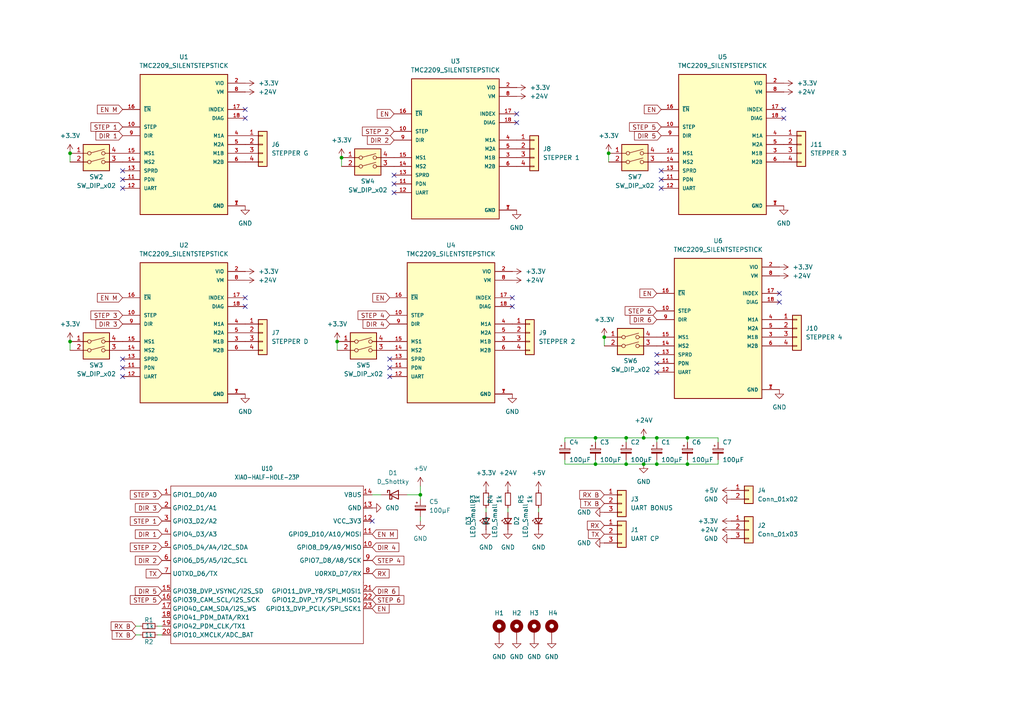
<source format=kicad_sch>
(kicad_sch (version 20250114) (generator "eeschema") (generator_version "9.0")
  (paper "A4")
  (lib_symbols
    (symbol "Connector_Generic:Conn_01x02" (pin_names (offset 1.016) (hide yes))
      (property "Reference" "J" (at 0 2.54 0))
      (property "Value" "Conn_01x02" (at 0 -5.08 0))
      (symbol "Conn_01x02_1_1"
        (rectangle (start -1.27 1.27) (end 1.27 -3.81) (stroke (width 0.254)) (fill (type background)))
        (rectangle (start -1.27 0.127) (end 0 -0.127) (stroke (width 0.1524)))
        (rectangle (start -1.27 -2.413) (end 0 -2.667) (stroke (width 0.1524)))
        (pin passive line (at -5.08 0 0) (length 3.81) (name "Pin_1") (number "1"))
        (pin passive line (at -5.08 -2.54 0) (length 3.81) (name "Pin_2") (number "2"))
      )
    )
    (symbol "Connector_Generic:Conn_01x03" (pin_names (offset 1.016) (hide yes))
      (property "Reference" "J" (at 0 5.08 0))
      (property "Value" "Conn_01x03" (at 0 -5.08 0))
      (symbol "Conn_01x03_1_1"
        (rectangle (start -1.27 3.81) (end 1.27 -3.81) (stroke (width 0.254)) (fill (type background)))
        (rectangle (start -1.27 2.667) (end 0 2.413) (stroke (width 0.1524)))
        (rectangle (start -1.27 0.127) (end 0 -0.127) (stroke (width 0.1524)))
        (rectangle (start -1.27 -2.413) (end 0 -2.667) (stroke (width 0.1524)))
        (pin passive line (at -5.08 2.54 0) (length 3.81) (name "Pin_1") (number "1"))
        (pin passive line (at -5.08 0 0) (length 3.81) (name "Pin_2") (number "2"))
        (pin passive line (at -5.08 -2.54 0) (length 3.81) (name "Pin_3") (number "3"))
      )
    )
    (symbol "Connector_Generic:Conn_01x04" (pin_names (offset 1.016) (hide yes))
      (property "Reference" "J" (at 0 5.08 0))
      (property "Value" "Conn_01x04" (at 0 -7.62 0))
      (symbol "Conn_01x04_1_1"
        (rectangle (start -1.27 3.81) (end 1.27 -6.35) (stroke (width 0.254)) (fill (type background)))
        (rectangle (start -1.27 2.667) (end 0 2.413) (stroke (width 0.1524)))
        (rectangle (start -1.27 0.127) (end 0 -0.127) (stroke (width 0.1524)))
        (rectangle (start -1.27 -2.413) (end 0 -2.667) (stroke (width 0.1524)))
        (rectangle (start -1.27 -4.953) (end 0 -5.207) (stroke (width 0.1524)))
        (pin passive line (at -5.08 2.54 0) (length 3.81) (name "Pin_1") (number "1"))
        (pin passive line (at -5.08 0 0) (length 3.81) (name "Pin_2") (number "2"))
        (pin passive line (at -5.08 -2.54 0) (length 3.81) (name "Pin_3") (number "3"))
        (pin passive line (at -5.08 -5.08 0) (length 3.81) (name "Pin_4") (number "4"))
      )
    )
    (symbol "Device:C_Polarized_Small" (pin_numbers (hide yes)) (pin_names (offset 0.254) (hide yes))
      (property "Reference" "C" (at 0.254 1.778 0))
      (property "Value" "C_Polarized_Small" (at 0.254 -2.032 0))
      (symbol "C_Polarized_Small_0_1"
        (rectangle (start -1.524 0.6858) (end 1.524 0.3048))
        (rectangle (start -1.524 -0.3048) (end 1.524 -0.6858) (fill (type outline)))
        (polyline (pts (xy -1.27 1.524) (xy -0.762 1.524)))
        (polyline (pts (xy -1.016 1.27) (xy -1.016 1.778)))
      )
      (symbol "C_Polarized_Small_1_1"
        (pin passive line (at 0 2.54 270) (length 1.8542) (name "~") (number "1"))
        (pin passive line (at 0 -2.54 90) (length 1.8542) (name "~") (number "2"))
      )
    )
    (symbol "Device:LED_Small" (pin_numbers (hide yes)) (pin_names (offset 0.254) (hide yes))
      (property "Reference" "D" (at -1.27 3.175 0))
      (property "Value" "LED_Small" (at -4.445 -2.54 0))
      (symbol "LED_Small_0_1"
        (polyline (pts (xy -0.762 -1.016) (xy -0.762 1.016)) (stroke (width 0.254)))
        (polyline (pts (xy 0 0.762) (xy -0.508 1.27) (xy -0.254 1.27) (xy -0.508 1.27) (xy -0.508 1.016)))
        (polyline (pts (xy 0.508 1.27) (xy 0 1.778) (xy 0.254 1.778) (xy 0 1.778) (xy 0 1.524)))
        (polyline (pts (xy 0.762 -1.016) (xy -0.762 0) (xy 0.762 1.016) (xy 0.762 -1.016)) (stroke (width 0.254)))
        (polyline (pts (xy 1.016 0) (xy -0.762 0)))
      )
      (symbol "LED_Small_1_1"
        (pin passive line (at -2.54 0 0) (length 1.778) (name "K") (number "1"))
        (pin passive line (at 2.54 0 180) (length 1.778) (name "A") (number "2"))
      )
    )
    (symbol "Device:R_Small" (pin_numbers (hide yes)) (pin_names (offset 0.254) (hide yes))
      (property "Reference" "R" (at 0.762 0.508 0))
      (property "Value" "R_Small" (at 0.762 -1.016 0))
      (symbol "R_Small_0_1"
        (rectangle (start -0.762 1.778) (end 0.762 -1.778) (stroke (width 0.2032)))
      )
      (symbol "R_Small_1_1"
        (pin passive line (at 0 2.54 270) (length 0.762) (name "~") (number "1"))
        (pin passive line (at 0 -2.54 90) (length 0.762) (name "~") (number "2"))
      )
    )
    (symbol "Diode:SB120" (pin_numbers (hide yes)) (pin_names (offset 1.016) (hide yes))
      (property "Reference" "D" (at 0 2.54 0))
      (property "Value" "SB120" (at 0 -2.54 0))
      (symbol "SB120_0_1"
        (polyline (pts (xy -1.905 0.635) (xy -1.905 1.27) (xy -1.27 1.27) (xy -1.27 -1.27) (xy -0.635 -1.27) (xy -0.635 -0.635)) (stroke (width 0.254)))
        (polyline (pts (xy 1.27 1.27) (xy 1.27 -1.27) (xy -1.27 0) (xy 1.27 1.27)) (stroke (width 0.254)))
        (polyline (pts (xy 1.27 0) (xy -1.27 0)))
      )
      (symbol "SB120_1_1"
        (pin passive line (at -3.81 0 0) (length 2.54) (name "K") (number "1"))
        (pin passive line (at 3.81 0 180) (length 2.54) (name "A") (number "2"))
      )
    )
    (symbol "MOUDLE-SEEEDUINO-XIAO-ESP32S3-Plus:Module/XIAO-HALF-HOLE-23P"
      (property "Reference" "U2" (at -20.828 17.018 0))
      (property "Value" "XIAO-HALF-HOLE-23P" (at -12.446 14.986 0))
      (symbol "Module/XIAO-HALF-HOLE-23P_0_1"
        (polyline (pts (xy -21.59 -13.97) (xy -21.59 -31.75) (xy 34.29 -31.75) (xy 34.29 -13.97)))
      )
      (symbol "Module/XIAO-HALF-HOLE-23P_1_0"
        (polyline (pts (xy -21.59 13.97) (xy 34.29 13.97)) (stroke (width 0.1524)))
        (polyline (pts (xy -21.59 11.43) (xy -22.86 11.43)) (stroke (width 0.1524)))
        (polyline (pts (xy -21.59 11.43) (xy -21.59 13.97)) (stroke (width 0.1524)))
        (polyline (pts (xy -21.59 7.62) (xy -22.86 7.62)) (stroke (width 0.1524)))
        (polyline (pts (xy -21.59 7.62) (xy -21.59 11.43)) (stroke (width 0.1524)))
        (polyline (pts (xy -21.59 3.81) (xy -22.86 3.81)) (stroke (width 0.1524)))
        (polyline (pts (xy -21.59 3.81) (xy -21.59 7.62)) (stroke (width 0.1524)))
        (polyline (pts (xy -21.59 0) (xy -22.86 0)) (stroke (width 0.1524)))
        (polyline (pts (xy -21.59 0) (xy -21.59 3.81)) (stroke (width 0.1524)))
        (polyline (pts (xy -21.59 -3.81) (xy -22.86 -3.81)) (stroke (width 0.1524)))
        (polyline (pts (xy -21.59 -7.62) (xy -22.86 -7.62)) (stroke (width 0.1524)))
        (polyline (pts (xy -21.59 -11.43) (xy -22.86 -11.43)) (stroke (width 0.1524)))
        (polyline (pts (xy -21.59 -13.97) (xy -21.59 0)) (stroke (width 0.1524)))
        (polyline (pts (xy 34.29 13.97) (xy 34.29 11.43)) (stroke (width 0.1524)))
        (polyline (pts (xy 34.29 11.43) (xy 34.29 7.62)) (stroke (width 0.1524)))
        (polyline (pts (xy 34.29 7.62) (xy 34.29 3.81)) (stroke (width 0.1524)))
        (polyline (pts (xy 34.29 3.81) (xy 34.29 -13.97)) (stroke (width 0.1524)))
        (polyline (pts (xy 35.56 11.43) (xy 34.29 11.43)) (stroke (width 0.1524)))
        (polyline (pts (xy 35.56 7.62) (xy 34.29 7.62)) (stroke (width 0.1524)))
        (polyline (pts (xy 35.56 3.81) (xy 34.29 3.81)) (stroke (width 0.1524)))
        (polyline (pts (xy 35.56 0) (xy 34.29 0)) (stroke (width 0.1524)))
        (polyline (pts (xy 35.56 -3.81) (xy 34.29 -3.81)) (stroke (width 0.1524)))
        (polyline (pts (xy 35.56 -7.62) (xy 34.29 -7.62)) (stroke (width 0.1524)))
        (polyline (pts (xy 35.56 -11.43) (xy 34.29 -11.43)) (stroke (width 0.1524)))
        (pin passive line (at -24.13 11.43 0) (length 2.54) (name "GPIO1_D0/A0") (number "1"))
        (pin passive line (at -24.13 7.62 0) (length 2.54) (name "GPIO2_D1/A1") (number "2"))
        (pin passive line (at -24.13 3.81 0) (length 2.54) (name "GPIO3_D2/A2") (number "3"))
        (pin passive line (at -24.13 0 0) (length 2.54) (name "GPIO4_D3/A3") (number "4"))
        (pin passive line (at -24.13 -3.81 0) (length 2.54) (name "GPIO5_D4/A4/I2C_SDA") (number "5"))
        (pin passive line (at -24.13 -7.62 0) (length 2.54) (name "GPIO6_D5/A5/I2C_SCL") (number "6"))
        (pin passive line (at -24.13 -11.43 0) (length 2.54) (name "U0TXD_D6/TX") (number "7"))
        (pin passive line (at 36.83 11.43 180) (length 2.54) (name "VBUS") (number "14"))
        (pin passive line (at 36.83 7.62 180) (length 2.54) (name "GND") (number "13"))
        (pin passive line (at 36.83 3.81 180) (length 2.54) (name "VCC_3V3") (number "12"))
        (pin passive line (at 36.83 0 180) (length 2.54) (name "GPIO9_D10/A10/MOSI") (number "11"))
        (pin passive line (at 36.83 -3.81 180) (length 2.54) (name "GPIO8_D9/A9/MISO") (number "10"))
        (pin passive line (at 36.83 -7.62 180) (length 2.54) (name "GPIO7_D8/A8/SCK") (number "9"))
        (pin passive line (at 36.83 -11.43 180) (length 2.54) (name "U0RXD_D7/RX") (number "8"))
      )
      (symbol "Module/XIAO-HALF-HOLE-23P_1_1"
        (pin passive line (at -24.13 -16.51 0) (length 2.54) (name "GPIO38_DVP_VSYNC/I2S_SD") (number "15"))
        (pin passive line (at -24.13 -19.05 0) (length 2.54) (name "GPIO39_CAM_SCL/I2S_SCK") (number "16"))
        (pin passive line (at -24.13 -21.59 0) (length 2.54) (name "GPIO40_CAM_SDA/I2S_WS") (number "17"))
        (pin passive line (at -24.13 -24.13 0) (length 2.54) (name "GPIO41_PDM_DATA/RX1") (number "18"))
        (pin passive line (at -24.13 -26.67 0) (length 2.54) (name "GPIO42_PDM_CLK/TX1") (number "19"))
        (pin passive line (at -24.13 -29.21 0) (length 2.54) (name "GPIO10_XMCLK/ADC_BAT") (number "20"))
        (pin passive line (at 36.83 -16.51 180) (length 2.54) (name "GPIO11_DVP_Y8/SPI_MOSI1") (number "21"))
        (pin passive line (at 36.83 -19.05 180) (length 2.54) (name "GPIO12_DVP_Y7/SPI_MISO1") (number "22"))
        (pin passive line (at 36.83 -21.59 180) (length 2.54) (name "GPIO13_DVP_PCLK/SPI_SCK1") (number "23"))
      )
    )
    (symbol "Mechanical:MountingHole_Pad" (pin_numbers (hide yes)) (pin_names (offset 1.016) (hide yes)) (exclude_from_sim yes) (in_bom no)
      (property "Reference" "H" (at 0 6.35 0))
      (property "Value" "MountingHole_Pad" (at 0 4.445 0))
      (symbol "MountingHole_Pad_0_1"
        (circle (center 0 1.27) (radius 1.27) (stroke (width 1.27)))
      )
      (symbol "MountingHole_Pad_1_1"
        (pin input line (at 0 -2.54 90) (length 2.54) (name "1") (number "1"))
      )
    )
    (symbol "Switch:SW_DIP_x02" (pin_names (offset 0) (hide yes))
      (property "Reference" "SW" (at 0 6.35 0))
      (property "Value" "SW_DIP_x02" (at 0 -3.81 0))
      (symbol "SW_DIP_x02_0_0"
        (circle (center -2.032 2.54) (radius 0.508))
        (circle (center -2.032 0) (radius 0.508))
        (polyline (pts (xy -1.524 2.667) (xy 2.3622 3.7084)))
        (polyline (pts (xy -1.524 0.127) (xy 2.3622 1.1684)))
        (circle (center 2.032 2.54) (radius 0.508))
        (circle (center 2.032 0) (radius 0.508))
      )
      (symbol "SW_DIP_x02_0_1"
        (rectangle (start -3.81 5.08) (end 3.81 -2.54) (stroke (width 0.254)) (fill (type background)))
      )
      (symbol "SW_DIP_x02_1_1"
        (pin passive line (at -7.62 2.54 0) (length 5.08) (name "~") (number "1"))
        (pin passive line (at -7.62 0 0) (length 5.08) (name "~") (number "2"))
        (pin passive line (at 7.62 2.54 180) (length 5.08) (name "~") (number "4"))
        (pin passive line (at 7.62 0 180) (length 5.08) (name "~") (number "3"))
      )
    )
    (symbol "TMC2209_SILENTSTEPSTICK:TMC2209_SILENTSTEPSTICK" (pin_names (offset 1.016))
      (property "Reference" "U" (at -12.7 22.86 0))
      (property "Value" "TMC2209_SILENTSTEPSTICK" (at -12.7 -22.86 0))
      (symbol "TMC2209_SILENTSTEPSTICK_0_0"
        (rectangle (start -12.7 -20.32) (end 12.7 20.32) (stroke (width 0.254)) (fill (type background)))
        (pin input line (at -17.78 10.16 0) (length 5.08) (name "~{EN}") (number "16"))
        (pin input line (at -17.78 5.08 0) (length 5.08) (name "STEP") (number "10"))
        (pin input line (at -17.78 2.54 0) (length 5.08) (name "DIR") (number "9"))
        (pin input line (at -17.78 -2.54 0) (length 5.08) (name "MS1") (number "15"))
        (pin input line (at -17.78 -5.08 0) (length 5.08) (name "MS2") (number "14"))
        (pin input line (at -17.78 -7.62 0) (length 5.08) (name "SPRD") (number "13"))
        (pin bidirectional line (at -17.78 -10.16 0) (length 5.08) (name "PDN") (number "11"))
        (pin bidirectional line (at -17.78 -12.7 0) (length 5.08) (name "UART") (number "12"))
        (pin power_in line (at 17.78 17.78 180) (length 5.08) (name "VIO") (number "2"))
        (pin power_in line (at 17.78 15.24 180) (length 5.08) (name "VM") (number "8"))
        (pin output line (at 17.78 10.16 180) (length 5.08) (name "INDEX") (number "17"))
        (pin output line (at 17.78 7.62 180) (length 5.08) (name "DIAG") (number "18"))
        (pin output line (at 17.78 2.54 180) (length 5.08) (name "M1A") (number "4"))
        (pin output line (at 17.78 0 180) (length 5.08) (name "M2A") (number "5"))
        (pin output line (at 17.78 -2.54 180) (length 5.08) (name "M1B") (number "3"))
        (pin output line (at 17.78 -5.08 180) (length 5.08) (name "M2B") (number "6"))
        (pin power_in line (at 17.78 -17.78 180) (length 5.08) (name "GND") (number "1"))
        (pin power_in line (at 17.78 -17.78 180) (length 5.08) (name "GND") (number "7"))
      )
    )
    (symbol "power:+24V" (power) (pin_numbers (hide yes)) (pin_names (offset 0) (hide yes))
      (property "Value" "+24V" (at 0 3.556 0))
      (symbol "+24V_0_1"
        (polyline (pts (xy -0.762 1.27) (xy 0 2.54)))
        (polyline (pts (xy 0 2.54) (xy 0.762 1.27)))
        (polyline (pts (xy 0 0) (xy 0 2.54)))
      )
      (symbol "+24V_1_1"
        (pin power_in line (at 0 0 90) (length 0) (name "~") (number "1"))
      )
    )
    (symbol "power:+3.3V" (power) (pin_numbers (hide yes)) (pin_names (offset 0) (hide yes))
      (property "Value" "+3.3V" (at 0 3.556 0))
      (symbol "+3.3V_0_1"
        (polyline (pts (xy -0.762 1.27) (xy 0 2.54)))
        (polyline (pts (xy 0 2.54) (xy 0.762 1.27)))
        (polyline (pts (xy 0 0) (xy 0 2.54)))
      )
      (symbol "+3.3V_1_1"
        (pin power_in line (at 0 0 90) (length 0) (name "~") (number "1"))
      )
    )
    (symbol "power:+5V" (power) (pin_numbers (hide yes)) (pin_names (offset 0) (hide yes))
      (property "Value" "+5V" (at 0 3.556 0))
      (symbol "+5V_0_1"
        (polyline (pts (xy -0.762 1.27) (xy 0 2.54)))
        (polyline (pts (xy 0 2.54) (xy 0.762 1.27)))
        (polyline (pts (xy 0 0) (xy 0 2.54)))
      )
      (symbol "+5V_1_1"
        (pin power_in line (at 0 0 90) (length 0) (name "~") (number "1"))
      )
    )
    (symbol "power:GND" (power) (pin_numbers (hide yes)) (pin_names (offset 0) (hide yes))
      (property "Value" "GND" (at 0 -3.81 0))
      (symbol "GND_0_1"
        (polyline (pts (xy 0 0) (xy 0 -1.27) (xy 1.27 -1.27) (xy 0 -2.54) (xy -1.27 -1.27) (xy 0 -1.27)))
      )
      (symbol "GND_1_1"
        (pin power_in line (at 0 0 270) (length 0) (name "~") (number "1"))
      )
    )
  )
  (junction (at 190.5 134.62))
  (junction (at 175.26 97.79))
  (junction (at 199.39 127))
  (junction (at 190.5 127))
  (junction (at 199.39 134.62))
  (junction (at 186.69 127))
  (junction (at 99.06 45.72))
  (junction (at 172.72 127))
  (junction (at 176.53 44.45))
  (junction (at 20.32 44.45))
  (junction (at 181.61 134.62))
  (junction (at 97.79 99.06))
  (junction (at 186.69 134.62))
  (junction (at 121.92 143.51))
  (junction (at 181.61 127))
  (junction (at 20.32 99.06))
  (junction (at 172.72 134.62))
  (no_connect (at 226.06 85.09))
  (no_connect (at 35.56 49.53))
  (no_connect (at 113.03 106.68))
  (no_connect (at 190.5 107.95))
  (no_connect (at 227.33 31.75))
  (no_connect (at 35.56 104.14))
  (no_connect (at 226.06 87.63))
  (no_connect (at 149.86 35.56))
  (no_connect (at 107.95 151.13))
  (no_connect (at 190.5 102.87))
  (no_connect (at 35.56 109.22))
  (no_connect (at 148.59 88.9))
  (no_connect (at 191.77 49.53))
  (no_connect (at 71.12 88.9))
  (no_connect (at 71.12 34.29))
  (no_connect (at 113.03 104.14))
  (no_connect (at 113.03 109.22))
  (no_connect (at 191.77 54.61))
  (no_connect (at 114.3 53.34))
  (no_connect (at 35.56 54.61))
  (no_connect (at 114.3 55.88))
  (no_connect (at 190.5 105.41))
  (no_connect (at 71.12 86.36))
  (no_connect (at 149.86 33.02))
  (no_connect (at 148.59 86.36))
  (no_connect (at 35.56 52.07))
  (no_connect (at 227.33 34.29))
  (no_connect (at 114.3 50.8))
  (no_connect (at 191.77 52.07))
  (no_connect (at 35.56 106.68))
  (no_connect (at 71.12 31.75))
  (wire (pts (xy 163.83 127) (xy 163.83 128.27)))
  (wire (pts (xy 199.39 133.35) (xy 199.39 134.62)))
  (wire (pts (xy 190.5 133.35) (xy 190.5 134.62)))
  (wire (pts (xy 45.72 184.15) (xy 46.99 184.15)))
  (wire (pts (xy 190.5 127) (xy 190.5 128.27)))
  (wire (pts (xy 121.92 151.13) (xy 121.92 149.86)))
  (wire (pts (xy 45.72 181.61) (xy 46.99 181.61)))
  (wire (pts (xy 147.32 148.59) (xy 147.32 147.32)))
  (wire (pts (xy 199.39 134.62) (xy 208.28 134.62)))
  (wire (pts (xy 208.28 133.35) (xy 208.28 134.62)))
  (wire (pts (xy 190.5 127) (xy 199.39 127)))
  (wire (pts (xy 190.5 134.62) (xy 199.39 134.62)))
  (wire (pts (xy 175.26 97.79) (xy 175.26 100.33)))
  (wire (pts (xy 208.28 127) (xy 199.39 127)))
  (wire (pts (xy 181.61 133.35) (xy 181.61 134.62)))
  (wire (pts (xy 186.69 134.62) (xy 190.5 134.62)))
  (wire (pts (xy 181.61 127) (xy 186.69 127)))
  (wire (pts (xy 99.06 45.72) (xy 99.06 48.26)))
  (wire (pts (xy 172.72 134.62) (xy 181.61 134.62)))
  (wire (pts (xy 121.92 143.51) (xy 121.92 144.78)))
  (wire (pts (xy 176.53 44.45) (xy 176.53 46.99)))
  (wire (pts (xy 172.72 127) (xy 163.83 127)))
  (wire (pts (xy 163.83 133.35) (xy 163.83 134.62)))
  (wire (pts (xy 208.28 127) (xy 208.28 128.27)))
  (wire (pts (xy 140.97 148.59) (xy 140.97 147.32)))
  (wire (pts (xy 97.79 99.06) (xy 97.79 101.6)))
  (wire (pts (xy 20.32 99.06) (xy 20.32 101.6)))
  (wire (pts (xy 172.72 133.35) (xy 172.72 134.62)))
  (wire (pts (xy 110.49 143.51) (xy 107.95 143.51)))
  (wire (pts (xy 20.32 44.45) (xy 20.32 46.99)))
  (wire (pts (xy 181.61 127) (xy 181.61 128.27)))
  (wire (pts (xy 118.11 143.51) (xy 121.92 143.51)))
  (wire (pts (xy 186.69 127) (xy 190.5 127)))
  (wire (pts (xy 181.61 134.62) (xy 186.69 134.62)))
  (wire (pts (xy 39.37 184.15) (xy 40.64 184.15)))
  (wire (pts (xy 156.21 148.59) (xy 156.21 147.32)))
  (wire (pts (xy 172.72 127) (xy 181.61 127)))
  (wire (pts (xy 172.72 127) (xy 172.72 128.27)))
  (wire (pts (xy 199.39 127) (xy 199.39 128.27)))
  (wire (pts (xy 163.83 134.62) (xy 172.72 134.62)))
  (wire (pts (xy 39.37 181.61) (xy 40.64 181.61)))
  (wire (pts (xy 121.92 143.51) (xy 121.92 140.97)))
  (global_label "DIR 1" (shape input) (at 35.56 39.37 180) (property "Intersheetrefs" "${INTERSHEET_REFS}" (effects (hide yes))))
  (global_label "STEP 6" (shape input) (at 190.5 90.17 180) (property "Intersheetrefs" "${INTERSHEET_REFS}" (effects (hide yes))))
  (global_label "DIR 3" (shape input) (at 46.99 147.32 180) (property "Intersheetrefs" "${INTERSHEET_REFS}" (effects (hide yes))))
  (global_label "DIR 5" (shape input) (at 46.99 171.45 180) (property "Intersheetrefs" "${INTERSHEET_REFS}" (effects (hide yes))))
  (global_label "STEP 5" (shape input) (at 46.99 173.99 180) (property "Intersheetrefs" "${INTERSHEET_REFS}" (effects (hide yes))))
  (global_label "TX" (shape input) (at 46.99 166.37 180) (property "Intersheetrefs" "${INTERSHEET_REFS}" (effects (hide yes))))
  (global_label "RX" (shape input) (at 107.95 166.37 0) (property "Intersheetrefs" "${INTERSHEET_REFS}" (effects (hide yes))))
  (global_label "STEP 4" (shape input) (at 107.95 162.56 0) (property "Intersheetrefs" "${INTERSHEET_REFS}" (effects (hide yes))))
  (global_label "EN M" (shape input) (at 35.56 86.36 180) (property "Intersheetrefs" "${INTERSHEET_REFS}" (effects (hide yes))))
  (global_label "STEP 1" (shape input) (at 35.56 36.83 180) (property "Intersheetrefs" "${INTERSHEET_REFS}" (effects (hide yes))))
  (global_label "TX B" (shape input) (at 39.37 184.15 180) (property "Intersheetrefs" "${INTERSHEET_REFS}" (effects (hide yes))))
  (global_label "DIR 6" (shape input) (at 107.95 171.45 0) (property "Intersheetrefs" "${INTERSHEET_REFS}" (effects (hide yes))))
  (global_label "RX" (shape input) (at 175.26 152.4 180) (property "Intersheetrefs" "${INTERSHEET_REFS}" (effects (hide yes))))
  (global_label "STEP 2" (shape input) (at 46.99 158.75 180) (property "Intersheetrefs" "${INTERSHEET_REFS}" (effects (hide yes))))
  (global_label "RX B" (shape input) (at 175.26 143.51 180) (property "Intersheetrefs" "${INTERSHEET_REFS}" (effects (hide yes))))
  (global_label "EN" (shape input) (at 114.3 33.02 180) (property "Intersheetrefs" "${INTERSHEET_REFS}" (effects (hide yes))))
  (global_label "RX B" (shape input) (at 39.37 181.61 180) (property "Intersheetrefs" "${INTERSHEET_REFS}" (effects (hide yes))))
  (global_label "EN" (shape input) (at 190.5 85.09 180) (property "Intersheetrefs" "${INTERSHEET_REFS}" (effects (hide yes))))
  (global_label "STEP 2" (shape input) (at 114.3 38.1 180) (property "Intersheetrefs" "${INTERSHEET_REFS}" (effects (hide yes))))
  (global_label "DIR 4" (shape input) (at 107.95 158.75 0) (property "Intersheetrefs" "${INTERSHEET_REFS}" (effects (hide yes))))
  (global_label "EN M" (shape input) (at 35.56 31.75 180) (property "Intersheetrefs" "${INTERSHEET_REFS}" (effects (hide yes))))
  (global_label "DIR 2" (shape input) (at 46.99 162.56 180) (property "Intersheetrefs" "${INTERSHEET_REFS}" (effects (hide yes))))
  (global_label "STEP 5" (shape input) (at 191.77 36.83 180) (property "Intersheetrefs" "${INTERSHEET_REFS}" (effects (hide yes))))
  (global_label "DIR 4" (shape input) (at 113.03 93.98 180) (property "Intersheetrefs" "${INTERSHEET_REFS}" (effects (hide yes))))
  (global_label "EN" (shape input) (at 107.95 176.53 0) (property "Intersheetrefs" "${INTERSHEET_REFS}" (effects (hide yes))))
  (global_label "STEP 4" (shape input) (at 113.03 91.44 180) (property "Intersheetrefs" "${INTERSHEET_REFS}" (effects (hide yes))))
  (global_label "DIR 6" (shape input) (at 190.5 92.71 180) (property "Intersheetrefs" "${INTERSHEET_REFS}" (effects (hide yes))))
  (global_label "STEP 6" (shape input) (at 107.95 173.99 0) (property "Intersheetrefs" "${INTERSHEET_REFS}" (effects (hide yes))))
  (global_label "EN" (shape input) (at 191.77 31.75 180) (property "Intersheetrefs" "${INTERSHEET_REFS}" (effects (hide yes))))
  (global_label "STEP 3" (shape input) (at 35.56 91.44 180) (property "Intersheetrefs" "${INTERSHEET_REFS}" (effects (hide yes))))
  (global_label "DIR 2" (shape input) (at 114.3 40.64 180) (property "Intersheetrefs" "${INTERSHEET_REFS}" (effects (hide yes))))
  (global_label "STEP 1" (shape input) (at 46.99 151.13 180) (property "Intersheetrefs" "${INTERSHEET_REFS}" (effects (hide yes))))
  (global_label "DIR 3" (shape input) (at 35.56 93.98 180) (property "Intersheetrefs" "${INTERSHEET_REFS}" (effects (hide yes))))
  (global_label "STEP 3" (shape input) (at 46.99 143.51 180) (property "Intersheetrefs" "${INTERSHEET_REFS}" (effects (hide yes))))
  (global_label "TX B" (shape input) (at 175.26 146.05 180) (property "Intersheetrefs" "${INTERSHEET_REFS}" (effects (hide yes))))
  (global_label "DIR 5" (shape input) (at 191.77 39.37 180) (property "Intersheetrefs" "${INTERSHEET_REFS}" (effects (hide yes))))
  (global_label "TX" (shape input) (at 175.26 154.94 180) (property "Intersheetrefs" "${INTERSHEET_REFS}" (effects (hide yes))))
  (global_label "EN" (shape input) (at 113.03 86.36 180) (property "Intersheetrefs" "${INTERSHEET_REFS}" (effects (hide yes))))
  (global_label "DIR 1" (shape input) (at 46.99 154.94 180) (property "Intersheetrefs" "${INTERSHEET_REFS}" (effects (hide yes))))
  (global_label "EN M" (shape input) (at 107.95 154.94 0) (property "Intersheetrefs" "${INTERSHEET_REFS}" (effects (hide yes))))
  (symbol (lib_id "Switch:SW_DIP_x02") (at 27.94 101.6 0) (unit 1)
    (property "Reference" "SW3" (at 27.94 105.918 0))
    (property "Value" "SW_DIP_x02" (at 27.94 108.458 0))
    (property "Footprint" "Button_Switch_THT:SW_DIP_SPSTx02_Slide_9.78x7.26mm_W7.62mm_P2.54mm" (effects (hide yes)))
    (property "Description" "2x DIP Switch, Single Pole Single Throw (SPST) switch, small symbol" (effects (hide yes)))
  )
  (symbol (lib_id "power:+3.3V") (at 149.86 25.4 270) (unit 1)
    (property "Reference" "#PWR010" (effects (hide yes)))
    (property "Value" "+3.3V" (at 153.67 25.3999 90) (effects (justify left)))
    (property "Description" "Power symbol creates a global label with name \"+3.3V\"" (effects (hide yes)))
  )
  (symbol (lib_id "Device:C_Polarized_Small") (at 172.72 130.81 0) (unit 1)
    (property "Reference" "C3" (at 173.99 128.27 0) (effects (justify left)))
    (property "Value" "100µF" (at 173.99 133.35 0) (effects (justify left)))
    (property "Footprint" "Capacitor_THT:CP_Radial_D10.0mm_P5.00mm" (effects (hide yes)))
    (property "Description" "Polarized capacitor, small symbol" (effects (hide yes)))
  )
  (symbol (lib_id "Device:R_Small") (at 156.21 144.78 0) (unit 1)
    (property "Reference" "R5" (at 151.13 144.78 90))
    (property "Value" "1k" (at 153.67 144.78 90))
    (property "Footprint" "Resistor_SMD:R_1206_3216Metric_Pad1.30x1.75mm_HandSolder" (effects (hide yes)))
    (property "Description" "Resistor, small symbol" (effects (hide yes)))
  )
  (symbol (lib_id "power:+3.3V") (at 71.12 78.74 270) (unit 1)
    (property "Reference" "#PWR09" (effects (hide yes)))
    (property "Value" "+3.3V" (at 74.93 78.7399 90) (effects (justify left)))
    (property "Description" "Power symbol creates a global label with name \"+3.3V\"" (effects (hide yes)))
  )
  (symbol (lib_id "Device:R_Small") (at 43.18 181.61 270) (unit 1)
    (property "Reference" "R1" (at 43.18 179.832 90))
    (property "Value" "1k" (at 43.434 181.61 90))
    (property "Footprint" "Resistor_SMD:R_1206_3216Metric_Pad1.30x1.75mm_HandSolder" (effects (hide yes)))
    (property "Description" "Resistor, small symbol" (effects (hide yes)))
  )
  (symbol (lib_id "Mechanical:MountingHole_Pad") (at 149.86 182.88 0) (unit 1)
    (property "Reference" "H2" (at 149.86 177.8 0))
    (property "Value" "MountingHole_Pad" (effects (hide yes)))
    (property "Footprint" "MountingHole:MountingHole_3.2mm_M3_Pad_Via" (effects (hide yes)))
    (property "Description" "Mounting Hole with connection" (effects (hide yes)))
  )
  (symbol (lib_id "power:+3.3V") (at 212.09 151.13 90) (unit 1)
    (property "Reference" "#PWR015" (effects (hide yes)))
    (property "Value" "+3.3V" (at 208.28 151.1299 90) (effects (justify left)))
    (property "Description" "Power symbol creates a global label with name \"+3.3V\"" (effects (hide yes)))
  )
  (symbol (lib_id "power:GND") (at 154.94 185.42 0) (unit 1)
    (property "Reference" "#PWR033" (effects (hide yes)))
    (property "Value" "GND" (at 154.94 190.5 0))
    (property "Description" "Power symbol creates a global label with name \"GND\" , ground" (effects (hide yes)))
  )
  (symbol (lib_id "Mechanical:MountingHole_Pad") (at 154.94 182.88 0) (unit 1)
    (property "Reference" "H3" (at 154.94 177.8 0))
    (property "Value" "MountingHole_Pad" (effects (hide yes)))
    (property "Footprint" "MountingHole:MountingHole_3.2mm_M3_Pad_Via" (effects (hide yes)))
    (property "Description" "Mounting Hole with connection" (effects (hide yes)))
  )
  (symbol (lib_id "power:GND") (at 107.95 147.32 90) (unit 1)
    (property "Reference" "#PWR012" (effects (hide yes)))
    (property "Value" "GND" (at 111.76 147.3199 90) (effects (justify right)))
    (property "Description" "Power symbol creates a global label with name \"GND\" , ground" (effects (hide yes)))
  )
  (symbol (lib_id "power:+24V") (at 149.86 27.94 270) (unit 1)
    (property "Reference" "#PWR040" (effects (hide yes)))
    (property "Value" "+24V" (at 153.67 27.9399 90) (effects (justify left)))
    (property "Description" "Power symbol creates a global label with name \"+24V\"" (effects (hide yes)))
  )
  (symbol (lib_id "Device:LED_Small") (at 147.32 151.13 90) (unit 1)
    (property "Reference" "D4" (at 140.97 151.0665 0))
    (property "Value" "LED_Small" (at 143.51 151.0665 0))
    (property "Footprint" "LED_SMD:LED_1206_3216Metric" (effects (hide yes)))
    (property "Description" "Light emitting diode, small symbol" (effects (hide yes)))
    (property "Sim.Pin" "1=K 2=A" (effects (hide yes)))
  )
  (symbol (lib_id "power:GND") (at 156.21 153.67 0) (unit 1)
    (property "Reference" "#PWR018" (effects (hide yes)))
    (property "Value" "GND" (at 156.21 158.75 0))
    (property "Description" "Power symbol creates a global label with name \"GND\" , ground" (effects (hide yes)))
  )
  (symbol (lib_id "power:GND") (at 212.09 156.21 270) (unit 1)
    (property "Reference" "#PWR04" (effects (hide yes)))
    (property "Value" "GND" (at 208.28 156.2099 90) (effects (justify right)))
    (property "Description" "Power symbol creates a global label with name \"GND\" , ground" (effects (hide yes)))
  )
  (symbol (lib_id "TMC2209_SILENTSTEPSTICK:TMC2209_SILENTSTEPSTICK") (at 132.08 43.18 0) (unit 1)
    (property "Reference" "U3" (at 132.08 17.78 0))
    (property "Value" "TMC2209_SILENTSTEPSTICK" (at 132.08 20.32 0))
    (property "Footprint" "TMC2209_SILENTSTEPSTICK:MODULE_TMC2209_SILENTSTEPSTICK" (effects (hide yes)))
    (property "MF" "Trinamic Motion Control GmbH" (effects (hide yes)))
    (property "Description_1" "TMC2209 Motor Controller/Driver Power Management Evaluation Board" (effects (hide yes)))
    (property "Package" "None" (effects (hide yes)))
    (property "Price" "None" (effects (hide yes)))
    (property "Check_prices" "https://www.snapeda.com/parts/TMC2209%20SILENTSTEPSTICK/Trinamic/view-part/?ref=eda" (effects (hide yes)))
    (property "STANDARD" "Manufacturer Recommendations" (effects (hide yes)))
    (property "PARTREV" "1.20" (effects (hide yes)))
    (property "SnapEDA_Link" "https://www.snapeda.com/parts/TMC2209%20SILENTSTEPSTICK/Trinamic/view-part/?ref=snap" (effects (hide yes)))
    (property "MP" "TMC2209 SILENTSTEPSTICK" (effects (hide yes)))
    (property "MANUFACTURER" "Trinamic Motion Control GmbH" (effects (hide yes)))
    (property "Availability" "In Stock" (effects (hide yes)))
    (property "SNAPEDA_PN" "TMC2209 SILENTSTEPSTICK" (effects (hide yes)))
  )
  (symbol (lib_id "power:GND") (at 149.86 60.96 0) (unit 1)
    (property "Reference" "#PWR022" (effects (hide yes)))
    (property "Value" "GND" (at 149.86 66.04 0))
    (property "Description" "Power symbol creates a global label with name \"GND\" , ground" (effects (hide yes)))
  )
  (symbol (lib_id "power:GND") (at 71.12 59.69 0) (unit 1)
    (property "Reference" "#PWR020" (effects (hide yes)))
    (property "Value" "GND" (at 71.12 64.77 0))
    (property "Description" "Power symbol creates a global label with name \"GND\" , ground" (effects (hide yes)))
  )
  (symbol (lib_id "power:GND") (at 212.09 144.78 270) (unit 1)
    (property "Reference" "#PWR016" (effects (hide yes)))
    (property "Value" "GND" (at 208.28 144.7799 90) (effects (justify right)))
    (property "Description" "Power symbol creates a global label with name \"GND\" , ground" (effects (hide yes)))
  )
  (symbol (lib_id "MOUDLE-SEEEDUINO-XIAO-ESP32S3-Plus:Module/XIAO-HALF-HOLE-23P") (at 71.12 154.94 0) (unit 1)
    (property "Reference" "U10" (at 77.47 135.89 0) (effects (font (size 1.27 1.0795))))
    (property "Value" "XIAO-HALF-HOLE-23P" (at 77.47 138.43 0) (effects (font (size 1.27 1.0795))))
    (property "Footprint" "Seeed Studio XIAO ESP32S3 Plus KiCAD Library 2:MOUDLE23P-SMD-2.54-21X17.8MM.kicad_mod.kicad_sym" (effects (hide yes)))
    (property "Description" "XIAO-HALF-HOLE-23P" (effects (hide yes)))
    (property "SKU" "XIAO-HALF-HOLE-23P" (effects (hide yes)))
  )
  (symbol (lib_id "power:GND") (at 149.86 185.42 0) (unit 1)
    (property "Reference" "#PWR031" (effects (hide yes)))
    (property "Value" "GND" (at 149.86 190.5 0))
    (property "Description" "Power symbol creates a global label with name \"GND\" , ground" (effects (hide yes)))
  )
  (symbol (lib_id "power:+3.3V") (at 176.53 44.45 0) (unit 1)
    (property "Reference" "#PWR044" (effects (hide yes)))
    (property "Value" "+3.3V" (at 176.53 39.37 0))
    (property "Description" "Power symbol creates a global label with name \"+3.3V\"" (effects (hide yes)))
  )
  (symbol (lib_id "power:GND") (at 160.02 185.42 0) (unit 1)
    (property "Reference" "#PWR042" (effects (hide yes)))
    (property "Value" "GND" (at 160.02 190.5 0))
    (property "Description" "Power symbol creates a global label with name \"GND\" , ground" (effects (hide yes)))
  )
  (symbol (lib_id "TMC2209_SILENTSTEPSTICK:TMC2209_SILENTSTEPSTICK") (at 208.28 95.25 0) (unit 1)
    (property "Reference" "U6" (at 208.28 69.85 0))
    (property "Value" "TMC2209_SILENTSTEPSTICK" (at 208.28 72.39 0))
    (property "Footprint" "TMC2209_SILENTSTEPSTICK:MODULE_TMC2209_SILENTSTEPSTICK" (effects (hide yes)))
    (property "MF" "Trinamic Motion Control GmbH" (effects (hide yes)))
    (property "Description_1" "TMC2209 Motor Controller/Driver Power Management Evaluation Board" (effects (hide yes)))
    (property "Package" "None" (effects (hide yes)))
    (property "Price" "None" (effects (hide yes)))
    (property "Check_prices" "https://www.snapeda.com/parts/TMC2209%20SILENTSTEPSTICK/Trinamic/view-part/?ref=eda" (effects (hide yes)))
    (property "STANDARD" "Manufacturer Recommendations" (effects (hide yes)))
    (property "PARTREV" "1.20" (effects (hide yes)))
    (property "SnapEDA_Link" "https://www.snapeda.com/parts/TMC2209%20SILENTSTEPSTICK/Trinamic/view-part/?ref=snap" (effects (hide yes)))
    (property "MP" "TMC2209 SILENTSTEPSTICK" (effects (hide yes)))
    (property "MANUFACTURER" "Trinamic Motion Control GmbH" (effects (hide yes)))
    (property "Availability" "In Stock" (effects (hide yes)))
    (property "SNAPEDA_PN" "TMC2209 SILENTSTEPSTICK" (effects (hide yes)))
  )
  (symbol (lib_id "power:+3.3V") (at 20.32 99.06 0) (unit 1)
    (property "Reference" "#PWR027" (effects (hide yes)))
    (property "Value" "+3.3V" (at 20.32 93.98 0))
    (property "Description" "Power symbol creates a global label with name \"+3.3V\"" (effects (hide yes)))
  )
  (symbol (lib_id "Mechanical:MountingHole_Pad") (at 144.78 182.88 0) (unit 1)
    (property "Reference" "H1" (at 144.78 177.8 0))
    (property "Value" "MountingHole_Pad" (effects (hide yes)))
    (property "Footprint" "MountingHole:MountingHole_3.2mm_M3_Pad_Via" (effects (hide yes)))
    (property "Description" "Mounting Hole with connection" (effects (hide yes)))
  )
  (symbol (lib_id "power:+3.3V") (at 20.32 44.45 0) (unit 1)
    (property "Reference" "#PWR026" (effects (hide yes)))
    (property "Value" "+3.3V" (at 20.32 39.37 0))
    (property "Description" "Power symbol creates a global label with name \"+3.3V\"" (effects (hide yes)))
  )
  (symbol (lib_id "Connector_Generic:Conn_01x04") (at 153.67 96.52 0) (unit 1)
    (property "Reference" "J9" (at 156.21 96.5199 0) (effects (justify left)))
    (property "Value" "STEPPER 2" (at 156.21 99.0599 0) (effects (justify left)))
    (property "Footprint" "Connector_Molex:Molex_KK-254_AE-6410-04A_1x04_P2.54mm_Vertical" (effects (hide yes)))
    (property "Description" "Generic connector, single row, 01x04, script generated (kicad-library-utils/schlib/autogen/connector/)" (effects (hide yes)))
  )
  (symbol (lib_id "Connector_Generic:Conn_01x04") (at 76.2 96.52 0) (unit 1)
    (property "Reference" "J7" (at 78.74 96.5199 0) (effects (justify left)))
    (property "Value" "STEPPER D" (at 78.74 99.0599 0) (effects (justify left)))
    (property "Footprint" "Connector_Molex:Molex_KK-254_AE-6410-04A_1x04_P2.54mm_Vertical" (effects (hide yes)))
    (property "Description" "Generic connector, single row, 01x04, script generated (kicad-library-utils/schlib/autogen/connector/)" (effects (hide yes)))
  )
  (symbol (lib_id "power:GND") (at 71.12 114.3 0) (unit 1)
    (property "Reference" "#PWR021" (effects (hide yes)))
    (property "Value" "GND" (at 71.12 119.38 0))
    (property "Description" "Power symbol creates a global label with name \"GND\" , ground" (effects (hide yes)))
  )
  (symbol (lib_id "Switch:SW_DIP_x02") (at 27.94 46.99 0) (unit 1)
    (property "Reference" "SW2" (at 27.94 51.308 0))
    (property "Value" "SW_DIP_x02" (at 27.94 53.848 0))
    (property "Footprint" "Button_Switch_THT:SW_DIP_SPSTx02_Slide_9.78x7.26mm_W7.62mm_P2.54mm" (effects (hide yes)))
    (property "Description" "2x DIP Switch, Single Pole Single Throw (SPST) switch, small symbol" (effects (hide yes)))
  )
  (symbol (lib_id "Device:LED_Small") (at 156.21 151.13 90) (unit 1)
    (property "Reference" "D2" (at 149.86 151.0665 0))
    (property "Value" "LED_Small" (at 152.4 151.0665 0))
    (property "Footprint" "LED_SMD:LED_1206_3216Metric" (effects (hide yes)))
    (property "Description" "Light emitting diode, small symbol" (effects (hide yes)))
    (property "Sim.Pin" "1=K 2=A" (effects (hide yes)))
  )
  (symbol (lib_id "power:+24V") (at 186.69 127 0) (mirror y) (unit 1)
    (property "Reference" "#PWR037" (effects (hide yes)))
    (property "Value" "+24V" (at 186.69 121.92 0))
    (property "Description" "Power symbol creates a global label with name \"+24V\"" (effects (hide yes)))
  )
  (symbol (lib_id "power:GND") (at 175.26 148.59 270) (unit 1)
    (property "Reference" "#PWR063" (effects (hide yes)))
    (property "Value" "GND" (at 171.45 148.5899 90) (effects (justify right)))
    (property "Description" "Power symbol creates a global label with name \"GND\" , ground" (effects (hide yes)))
  )
  (symbol (lib_id "Connector_Generic:Conn_01x03") (at 180.34 146.05 0) (unit 1)
    (property "Reference" "J3" (at 182.88 144.7799 0) (effects (justify left)))
    (property "Value" "UART BONUS" (at 182.88 147.3199 0) (effects (justify left)))
    (property "Footprint" "Connector_Molex:Molex_KK-254_AE-6410-03A_1x03_P2.54mm_Vertical" (effects (hide yes)))
    (property "Description" "Generic connector, single row, 01x03, script generated (kicad-library-utils/schlib/autogen/connector/)" (effects (hide yes)))
  )
  (symbol (lib_id "power:+24V") (at 226.06 80.01 270) (unit 1)
    (property "Reference" "#PWR045" (effects (hide yes)))
    (property "Value" "+24V" (at 229.87 80.0099 90) (effects (justify left)))
    (property "Description" "Power symbol creates a global label with name \"+24V\"" (effects (hide yes)))
  )
  (symbol (lib_id "power:+24V") (at 147.32 142.24 0) (unit 1)
    (property "Reference" "#PWR035" (effects (hide yes)))
    (property "Value" "+24V" (at 147.32 137.16 0))
    (property "Description" "Power symbol creates a global label with name \"+24V\"" (effects (hide yes)))
  )
  (symbol (lib_id "power:+3.3V") (at 227.33 24.13 270) (unit 1)
    (property "Reference" "#PWR014" (effects (hide yes)))
    (property "Value" "+3.3V" (at 231.14 24.1299 90) (effects (justify left)))
    (property "Description" "Power symbol creates a global label with name \"+3.3V\"" (effects (hide yes)))
  )
  (symbol (lib_id "Device:R_Small") (at 140.97 144.78 0) (unit 1)
    (property "Reference" "R3" (at 137.16 144.78 90))
    (property "Value" "1k" (at 138.43 144.78 90))
    (property "Footprint" "Resistor_SMD:R_1206_3216Metric_Pad1.30x1.75mm_HandSolder" (effects (hide yes)))
    (property "Description" "Resistor, small symbol" (effects (hide yes)))
  )
  (symbol (lib_id "power:+24V") (at 71.12 26.67 270) (unit 1)
    (property "Reference" "#PWR038" (effects (hide yes)))
    (property "Value" "+24V" (at 74.93 26.6699 90) (effects (justify left)))
    (property "Description" "Power symbol creates a global label with name \"+24V\"" (effects (hide yes)))
  )
  (symbol (lib_id "power:+3.3V") (at 71.12 24.13 270) (unit 1)
    (property "Reference" "#PWR07" (effects (hide yes)))
    (property "Value" "+3.3V" (at 74.93 24.1299 90) (effects (justify left)))
    (property "Description" "Power symbol creates a global label with name \"+3.3V\"" (effects (hide yes)))
  )
  (symbol (lib_id "Switch:SW_DIP_x02") (at 105.41 101.6 0) (unit 1)
    (property "Reference" "SW5" (at 105.41 105.918 0))
    (property "Value" "SW_DIP_x02" (at 105.41 108.458 0))
    (property "Footprint" "Button_Switch_THT:SW_DIP_SPSTx02_Slide_9.78x7.26mm_W7.62mm_P2.54mm" (effects (hide yes)))
    (property "Description" "2x DIP Switch, Single Pole Single Throw (SPST) switch, small symbol" (effects (hide yes)))
  )
  (symbol (lib_id "power:+24V") (at 212.09 153.67 90) (unit 1)
    (property "Reference" "#PWR01" (effects (hide yes)))
    (property "Value" "+24V" (at 208.28 153.6699 90) (effects (justify left)))
    (property "Description" "Power symbol creates a global label with name \"+24V\"" (effects (hide yes)))
  )
  (symbol (lib_id "Connector_Generic:Conn_01x02") (at 217.17 142.24 0) (unit 1)
    (property "Reference" "J4" (at 219.71 142.2399 0) (effects (justify left)))
    (property "Value" "Conn_01x02" (at 219.71 144.7799 0) (effects (justify left)))
    (property "Footprint" "Connector_Molex:Molex_KK-254_AE-6410-02A_1x02_P2.54mm_Vertical" (effects (hide yes)))
    (property "Description" "Generic connector, single row, 01x02, script generated (kicad-library-utils/schlib/autogen/connector/)" (effects (hide yes)))
  )
  (symbol (lib_id "Switch:SW_DIP_x02") (at 182.88 100.33 0) (unit 1)
    (property "Reference" "SW6" (at 182.88 104.648 0))
    (property "Value" "SW_DIP_x02" (at 182.88 107.188 0))
    (property "Footprint" "Button_Switch_THT:SW_DIP_SPSTx02_Slide_9.78x7.26mm_W7.62mm_P2.54mm" (effects (hide yes)))
    (property "Description" "2x DIP Switch, Single Pole Single Throw (SPST) switch, small symbol" (effects (hide yes)))
  )
  (symbol (lib_id "Device:C_Polarized_Small") (at 208.28 130.81 0) (unit 1)
    (property "Reference" "C7" (at 209.55 128.27 0) (effects (justify left)))
    (property "Value" "100µF" (at 209.55 133.35 0) (effects (justify left)))
    (property "Footprint" "Capacitor_THT:CP_Radial_D10.0mm_P5.00mm" (effects (hide yes)))
    (property "Description" "Polarized capacitor, small symbol" (effects (hide yes)))
  )
  (symbol (lib_id "Device:C_Polarized_Small") (at 121.92 147.32 0) (unit 1)
    (property "Reference" "C5" (at 124.46 145.5038 0) (effects (justify left)))
    (property "Value" "100µF" (at 124.46 148.0438 0) (effects (justify left)))
    (property "Footprint" "Capacitor_THT:CP_Radial_D10.0mm_P5.00mm" (effects (hide yes)))
    (property "Description" "Polarized capacitor, small symbol" (effects (hide yes)))
  )
  (symbol (lib_id "Device:C_Polarized_Small") (at 199.39 130.81 0) (unit 1)
    (property "Reference" "C6" (at 200.66 128.27 0) (effects (justify left)))
    (property "Value" "100µF" (at 200.66 133.35 0) (effects (justify left)))
    (property "Footprint" "Capacitor_THT:CP_Radial_D10.0mm_P5.00mm" (effects (hide yes)))
    (property "Description" "Polarized capacitor, small symbol" (effects (hide yes)))
  )
  (symbol (lib_id "power:GND") (at 140.97 153.67 0) (unit 1)
    (property "Reference" "#PWR034" (effects (hide yes)))
    (property "Value" "GND" (at 140.97 158.75 0))
    (property "Description" "Power symbol creates a global label with name \"GND\" , ground" (effects (hide yes)))
  )
  (symbol (lib_id "Switch:SW_DIP_x02") (at 106.68 48.26 0) (unit 1)
    (property "Reference" "SW4" (at 106.68 52.578 0))
    (property "Value" "SW_DIP_x02" (at 106.68 55.118 0))
    (property "Footprint" "Button_Switch_THT:SW_DIP_SPSTx02_Slide_9.78x7.26mm_W7.62mm_P2.54mm" (effects (hide yes)))
    (property "Description" "2x DIP Switch, Single Pole Single Throw (SPST) switch, small symbol" (effects (hide yes)))
  )
  (symbol (lib_id "power:GND") (at 144.78 185.42 0) (unit 1)
    (property "Reference" "#PWR030" (effects (hide yes)))
    (property "Value" "GND" (at 144.78 190.5 0))
    (property "Description" "Power symbol creates a global label with name \"GND\" , ground" (effects (hide yes)))
  )
  (symbol (lib_id "power:+24V") (at 71.12 81.28 270) (unit 1)
    (property "Reference" "#PWR039" (effects (hide yes)))
    (property "Value" "+24V" (at 74.93 81.2799 90) (effects (justify left)))
    (property "Description" "Power symbol creates a global label with name \"+24V\"" (effects (hide yes)))
  )
  (symbol (lib_id "Device:C_Polarized_Small") (at 190.5 130.81 0) (unit 1)
    (property "Reference" "C1" (at 191.77 128.27 0) (effects (justify left)))
    (property "Value" "100µF" (at 191.77 133.35 0) (effects (justify left)))
    (property "Footprint" "Capacitor_THT:CP_Radial_D10.0mm_P5.00mm" (effects (hide yes)))
    (property "Description" "Polarized capacitor, small symbol" (effects (hide yes)))
  )
  (symbol (lib_id "TMC2209_SILENTSTEPSTICK:TMC2209_SILENTSTEPSTICK") (at 53.34 41.91 0) (unit 1)
    (property "Reference" "U1" (at 53.34 16.51 0))
    (property "Value" "TMC2209_SILENTSTEPSTICK" (at 53.34 19.05 0))
    (property "Footprint" "TMC2209_SILENTSTEPSTICK:MODULE_TMC2209_SILENTSTEPSTICK" (effects (hide yes)))
    (property "MF" "Trinamic Motion Control GmbH" (effects (hide yes)))
    (property "Description_1" "TMC2209 Motor Controller/Driver Power Management Evaluation Board" (effects (hide yes)))
    (property "Package" "None" (effects (hide yes)))
    (property "Price" "None" (effects (hide yes)))
    (property "Check_prices" "https://www.snapeda.com/parts/TMC2209%20SILENTSTEPSTICK/Trinamic/view-part/?ref=eda" (effects (hide yes)))
    (property "STANDARD" "Manufacturer Recommendations" (effects (hide yes)))
    (property "PARTREV" "1.20" (effects (hide yes)))
    (property "SnapEDA_Link" "https://www.snapeda.com/parts/TMC2209%20SILENTSTEPSTICK/Trinamic/view-part/?ref=snap" (effects (hide yes)))
    (property "MP" "TMC2209 SILENTSTEPSTICK" (effects (hide yes)))
    (property "MANUFACTURER" "Trinamic Motion Control GmbH" (effects (hide yes)))
    (property "Availability" "In Stock" (effects (hide yes)))
    (property "SNAPEDA_PN" "TMC2209 SILENTSTEPSTICK" (effects (hide yes)))
  )
  (symbol (lib_id "Connector_Generic:Conn_01x04") (at 154.94 43.18 0) (unit 1)
    (property "Reference" "J8" (at 157.48 43.1799 0) (effects (justify left)))
    (property "Value" "STEPPER 1" (at 157.48 45.7199 0) (effects (justify left)))
    (property "Footprint" "Connector_Molex:Molex_KK-254_AE-6410-04A_1x04_P2.54mm_Vertical" (effects (hide yes)))
    (property "Description" "Generic connector, single row, 01x04, script generated (kicad-library-utils/schlib/autogen/connector/)" (effects (hide yes)))
  )
  (symbol (lib_id "power:GND") (at 227.33 59.69 0) (unit 1)
    (property "Reference" "#PWR025" (effects (hide yes)))
    (property "Value" "GND" (at 227.33 64.77 0))
    (property "Description" "Power symbol creates a global label with name \"GND\" , ground" (effects (hide yes)))
  )
  (symbol (lib_id "TMC2209_SILENTSTEPSTICK:TMC2209_SILENTSTEPSTICK") (at 130.81 96.52 0) (unit 1)
    (property "Reference" "U4" (at 130.81 71.12 0))
    (property "Value" "TMC2209_SILENTSTEPSTICK" (at 130.81 73.66 0))
    (property "Footprint" "TMC2209_SILENTSTEPSTICK:MODULE_TMC2209_SILENTSTEPSTICK" (effects (hide yes)))
    (property "MF" "Trinamic Motion Control GmbH" (effects (hide yes)))
    (property "Description_1" "TMC2209 Motor Controller/Driver Power Management Evaluation Board" (effects (hide yes)))
    (property "Package" "None" (effects (hide yes)))
    (property "Price" "None" (effects (hide yes)))
    (property "Check_prices" "https://www.snapeda.com/parts/TMC2209%20SILENTSTEPSTICK/Trinamic/view-part/?ref=eda" (effects (hide yes)))
    (property "STANDARD" "Manufacturer Recommendations" (effects (hide yes)))
    (property "PARTREV" "1.20" (effects (hide yes)))
    (property "SnapEDA_Link" "https://www.snapeda.com/parts/TMC2209%20SILENTSTEPSTICK/Trinamic/view-part/?ref=snap" (effects (hide yes)))
    (property "MP" "TMC2209 SILENTSTEPSTICK" (effects (hide yes)))
    (property "MANUFACTURER" "Trinamic Motion Control GmbH" (effects (hide yes)))
    (property "Availability" "In Stock" (effects (hide yes)))
    (property "SNAPEDA_PN" "TMC2209 SILENTSTEPSTICK" (effects (hide yes)))
  )
  (symbol (lib_id "power:+24V") (at 227.33 26.67 270) (unit 1)
    (property "Reference" "#PWR046" (effects (hide yes)))
    (property "Value" "+24V" (at 231.14 26.6699 90) (effects (justify left)))
    (property "Description" "Power symbol creates a global label with name \"+24V\"" (effects (hide yes)))
  )
  (symbol (lib_id "power:+3.3V") (at 148.59 78.74 270) (unit 1)
    (property "Reference" "#PWR011" (effects (hide yes)))
    (property "Value" "+3.3V" (at 152.4 78.7399 90) (effects (justify left)))
    (property "Description" "Power symbol creates a global label with name \"+3.3V\"" (effects (hide yes)))
  )
  (symbol (lib_id "Device:R_Small") (at 43.18 184.15 270) (unit 1)
    (property "Reference" "R2" (at 43.18 186.182 90))
    (property "Value" "1k" (at 43.18 184.15 90))
    (property "Footprint" "Resistor_SMD:R_1206_3216Metric_Pad1.30x1.75mm_HandSolder" (effects (hide yes)))
    (property "Description" "Resistor, small symbol" (effects (hide yes)))
  )
  (symbol (lib_id "TMC2209_SILENTSTEPSTICK:TMC2209_SILENTSTEPSTICK") (at 53.34 96.52 0) (unit 1)
    (property "Reference" "U2" (at 53.34 71.12 0))
    (property "Value" "TMC2209_SILENTSTEPSTICK" (at 53.34 73.66 0))
    (property "Footprint" "TMC2209_SILENTSTEPSTICK:MODULE_TMC2209_SILENTSTEPSTICK" (effects (hide yes)))
    (property "MF" "Trinamic Motion Control GmbH" (effects (hide yes)))
    (property "Description_1" "TMC2209 Motor Controller/Driver Power Management Evaluation Board" (effects (hide yes)))
    (property "Package" "None" (effects (hide yes)))
    (property "Price" "None" (effects (hide yes)))
    (property "Check_prices" "https://www.snapeda.com/parts/TMC2209%20SILENTSTEPSTICK/Trinamic/view-part/?ref=eda" (effects (hide yes)))
    (property "STANDARD" "Manufacturer Recommendations" (effects (hide yes)))
    (property "PARTREV" "1.20" (effects (hide yes)))
    (property "SnapEDA_Link" "https://www.snapeda.com/parts/TMC2209%20SILENTSTEPSTICK/Trinamic/view-part/?ref=snap" (effects (hide yes)))
    (property "MP" "TMC2209 SILENTSTEPSTICK" (effects (hide yes)))
    (property "MANUFACTURER" "Trinamic Motion Control GmbH" (effects (hide yes)))
    (property "Availability" "In Stock" (effects (hide yes)))
    (property "SNAPEDA_PN" "TMC2209 SILENTSTEPSTICK" (effects (hide yes)))
  )
  (symbol (lib_id "Diode:SB120") (at 114.3 143.51 0) (unit 1)
    (property "Reference" "D1" (at 113.9825 137.16 0))
    (property "Value" "D_Shottky" (at 113.9825 139.7 0))
    (property "Footprint" "Diode_THT:D_DO-41_SOD81_P10.16mm_Horizontal" (effects (hide yes)))
    (property "Datasheet" "http://www.diodes.com/_files/datasheets/ds23022.pdf" (effects (hide yes)))
    (property "Description" "20V 1A Schottky Barrier Rectifier Diode, DO-41" (effects (hide yes)))
  )
  (symbol (lib_id "power:+3.3V") (at 226.06 77.47 270) (unit 1)
    (property "Reference" "#PWR013" (effects (hide yes)))
    (property "Value" "+3.3V" (at 229.87 77.4699 90) (effects (justify left)))
    (property "Description" "Power symbol creates a global label with name \"+3.3V\"" (effects (hide yes)))
  )
  (symbol (lib_id "Device:LED_Small") (at 140.97 151.13 90) (unit 1)
    (property "Reference" "D3" (at 135.89 151.0665 0))
    (property "Value" "LED_Small" (at 137.16 151.0665 0))
    (property "Footprint" "LED_SMD:LED_1206_3216Metric" (effects (hide yes)))
    (property "Description" "Light emitting diode, small symbol" (effects (hide yes)))
    (property "Sim.Pin" "1=K 2=A" (effects (hide yes)))
  )
  (symbol (lib_id "Mechanical:MountingHole_Pad") (at 160.02 182.88 0) (unit 1)
    (property "Reference" "H4" (at 159.004 177.8 0) (effects (justify left)))
    (property "Value" "MountingHole_Pad" (effects (hide yes)))
    (property "Footprint" "MountingHole:MountingHole_3.2mm_M3_Pad_Via" (effects (hide yes)))
    (property "Description" "Mounting Hole with connection" (effects (hide yes)))
  )
  (symbol (lib_id "Connector_Generic:Conn_01x04") (at 232.41 41.91 0) (unit 1)
    (property "Reference" "J11" (at 234.95 41.9099 0) (effects (justify left)))
    (property "Value" "STEPPER 3" (at 234.95 44.4499 0) (effects (justify left)))
    (property "Footprint" "Connector_Molex:Molex_KK-254_AE-6410-04A_1x04_P2.54mm_Vertical" (effects (hide yes)))
    (property "Description" "Generic connector, single row, 01x04, script generated (kicad-library-utils/schlib/autogen/connector/)" (effects (hide yes)))
  )
  (symbol (lib_id "power:GND") (at 175.26 157.48 270) (unit 1)
    (property "Reference" "#PWR062" (effects (hide yes)))
    (property "Value" "GND" (at 171.45 157.4799 90) (effects (justify right)))
    (property "Description" "Power symbol creates a global label with name \"GND\" , ground" (effects (hide yes)))
  )
  (symbol (lib_id "power:+24V") (at 148.59 81.28 270) (unit 1)
    (property "Reference" "#PWR041" (effects (hide yes)))
    (property "Value" "+24V" (at 152.4 81.2799 90) (effects (justify left)))
    (property "Description" "Power symbol creates a global label with name \"+24V\"" (effects (hide yes)))
  )
  (symbol (lib_id "power:+5V") (at 121.92 140.97 0) (unit 1)
    (property "Reference" "#PWR05" (effects (hide yes)))
    (property "Value" "+5V" (at 121.92 135.89 0))
    (property "Description" "Power symbol creates a global label with name \"+5V\"" (effects (hide yes)))
  )
  (symbol (lib_id "power:GND") (at 226.06 113.03 0) (unit 1)
    (property "Reference" "#PWR024" (effects (hide yes)))
    (property "Value" "GND" (at 226.06 118.11 0))
    (property "Description" "Power symbol creates a global label with name \"GND\" , ground" (effects (hide yes)))
  )
  (symbol (lib_id "power:GND") (at 121.92 151.13 0) (unit 1)
    (property "Reference" "#PWR06" (effects (hide yes)))
    (property "Value" "GND" (at 121.92 156.21 0))
    (property "Description" "Power symbol creates a global label with name \"GND\" , ground" (effects (hide yes)))
  )
  (symbol (lib_id "power:+5V") (at 212.09 142.24 90) (unit 1)
    (property "Reference" "#PWR02" (effects (hide yes)))
    (property "Value" "+5V" (at 208.28 142.2399 90) (effects (justify left)))
    (property "Description" "Power symbol creates a global label with name \"+5V\"" (effects (hide yes)))
  )
  (symbol (lib_id "power:+5V") (at 156.21 142.24 0) (unit 1)
    (property "Reference" "#PWR017" (effects (hide yes)))
    (property "Value" "+5V" (at 156.21 137.16 0))
    (property "Description" "Power symbol creates a global label with name \"+5V\"" (effects (hide yes)))
  )
  (symbol (lib_id "Device:C_Polarized_Small") (at 163.83 130.81 0) (unit 1)
    (property "Reference" "C4" (at 165.1 128.27 0) (effects (justify left)))
    (property "Value" "100µF" (at 165.1 133.35 0) (effects (justify left)))
    (property "Footprint" "Capacitor_THT:CP_Radial_D10.0mm_P5.00mm" (effects (hide yes)))
    (property "Description" "Polarized capacitor, small symbol" (effects (hide yes)))
  )
  (symbol (lib_id "Switch:SW_DIP_x02") (at 184.15 46.99 0) (unit 1)
    (property "Reference" "SW7" (at 184.15 51.308 0))
    (property "Value" "SW_DIP_x02" (at 184.15 53.848 0))
    (property "Footprint" "Button_Switch_THT:SW_DIP_SPSTx02_Slide_9.78x7.26mm_W7.62mm_P2.54mm" (effects (hide yes)))
    (property "Description" "2x DIP Switch, Single Pole Single Throw (SPST) switch, small symbol" (effects (hide yes)))
  )
  (symbol (lib_id "power:GND") (at 186.69 134.62 0) (unit 1)
    (property "Reference" "#PWR03" (effects (hide yes)))
    (property "Value" "GND" (at 186.69 139.7 0))
    (property "Description" "Power symbol creates a global label with name \"GND\" , ground" (effects (hide yes)))
  )
  (symbol (lib_id "power:+3.3V") (at 175.26 97.79 0) (unit 1)
    (property "Reference" "#PWR043" (effects (hide yes)))
    (property "Value" "+3.3V" (at 175.26 92.71 0))
    (property "Description" "Power symbol creates a global label with name \"+3.3V\"" (effects (hide yes)))
  )
  (symbol (lib_id "Connector_Generic:Conn_01x04") (at 231.14 95.25 0) (unit 1)
    (property "Reference" "J10" (at 233.68 95.2499 0) (effects (justify left)))
    (property "Value" "STEPPER 4" (at 233.68 97.7899 0) (effects (justify left)))
    (property "Footprint" "Connector_Molex:Molex_KK-254_AE-6410-04A_1x04_P2.54mm_Vertical" (effects (hide yes)))
    (property "Description" "Generic connector, single row, 01x04, script generated (kicad-library-utils/schlib/autogen/connector/)" (effects (hide yes)))
  )
  (symbol (lib_id "TMC2209_SILENTSTEPSTICK:TMC2209_SILENTSTEPSTICK") (at 209.55 41.91 0) (unit 1)
    (property "Reference" "U5" (at 209.55 16.51 0))
    (property "Value" "TMC2209_SILENTSTEPSTICK" (at 209.55 19.05 0))
    (property "Footprint" "TMC2209_SILENTSTEPSTICK:MODULE_TMC2209_SILENTSTEPSTICK" (effects (hide yes)))
    (property "MF" "Trinamic Motion Control GmbH" (effects (hide yes)))
    (property "Description_1" "TMC2209 Motor Controller/Driver Power Management Evaluation Board" (effects (hide yes)))
    (property "Package" "None" (effects (hide yes)))
    (property "Price" "None" (effects (hide yes)))
    (property "Check_prices" "https://www.snapeda.com/parts/TMC2209%20SILENTSTEPSTICK/Trinamic/view-part/?ref=eda" (effects (hide yes)))
    (property "STANDARD" "Manufacturer Recommendations" (effects (hide yes)))
    (property "PARTREV" "1.20" (effects (hide yes)))
    (property "SnapEDA_Link" "https://www.snapeda.com/parts/TMC2209%20SILENTSTEPSTICK/Trinamic/view-part/?ref=snap" (effects (hide yes)))
    (property "MP" "TMC2209 SILENTSTEPSTICK" (effects (hide yes)))
    (property "MANUFACTURER" "Trinamic Motion Control GmbH" (effects (hide yes)))
    (property "Availability" "In Stock" (effects (hide yes)))
    (property "SNAPEDA_PN" "TMC2209 SILENTSTEPSTICK" (effects (hide yes)))
  )
  (symbol (lib_id "Device:C_Polarized_Small") (at 181.61 130.81 0) (unit 1)
    (property "Reference" "C2" (at 182.88 128.27 0) (effects (justify left)))
    (property "Value" "100µF" (at 182.88 133.35 0) (effects (justify left)))
    (property "Footprint" "Capacitor_THT:CP_Radial_D10.0mm_P5.00mm" (effects (hide yes)))
    (property "Description" "Polarized capacitor, small symbol" (effects (hide yes)))
  )
  (symbol (lib_id "Device:R_Small") (at 147.32 144.78 0) (unit 1)
    (property "Reference" "R4" (at 142.24 144.78 90))
    (property "Value" "1k" (at 144.78 144.78 90))
    (property "Footprint" "Resistor_SMD:R_1206_3216Metric_Pad1.30x1.75mm_HandSolder" (effects (hide yes)))
    (property "Description" "Resistor, small symbol" (effects (hide yes)))
  )
  (symbol (lib_id "power:GND") (at 148.59 114.3 0) (unit 1)
    (property "Reference" "#PWR023" (effects (hide yes)))
    (property "Value" "GND" (at 148.59 119.38 0))
    (property "Description" "Power symbol creates a global label with name \"GND\" , ground" (effects (hide yes)))
  )
  (symbol (lib_id "power:+3.3V") (at 97.79 99.06 0) (unit 1)
    (property "Reference" "#PWR029" (effects (hide yes)))
    (property "Value" "+3.3V" (at 97.79 93.98 0))
    (property "Description" "Power symbol creates a global label with name \"+3.3V\"" (effects (hide yes)))
  )
  (symbol (lib_id "Connector_Generic:Conn_01x03") (at 217.17 153.67 0) (unit 1)
    (property "Reference" "J2" (at 219.71 152.3999 0) (effects (justify left)))
    (property "Value" "Conn_01x03" (at 219.71 154.9399 0) (effects (justify left)))
    (property "Footprint" "Connector_JST:JST_EH_B3B-EH-A_1x03_P2.50mm_Vertical" (effects (hide yes)))
    (property "Description" "Generic connector, single row, 01x03, script generated (kicad-library-utils/schlib/autogen/connector/)" (effects (hide yes)))
  )
  (symbol (lib_id "power:GND") (at 147.32 153.67 0) (unit 1)
    (property "Reference" "#PWR036" (effects (hide yes)))
    (property "Value" "GND" (at 147.32 158.75 0))
    (property "Description" "Power symbol creates a global label with name \"GND\" , ground" (effects (hide yes)))
  )
  (symbol (lib_id "Connector_Generic:Conn_01x04") (at 76.2 41.91 0) (unit 1)
    (property "Reference" "J6" (at 78.74 41.9099 0) (effects (justify left)))
    (property "Value" "STEPPER G" (at 78.74 44.4499 0) (effects (justify left)))
    (property "Footprint" "Connector_Molex:Molex_KK-254_AE-6410-04A_1x04_P2.54mm_Vertical" (effects (hide yes)))
    (property "Description" "Generic connector, single row, 01x04, script generated (kicad-library-utils/schlib/autogen/connector/)" (effects (hide yes)))
  )
  (symbol (lib_id "power:+3.3V") (at 99.06 45.72 0) (unit 1)
    (property "Reference" "#PWR028" (effects (hide yes)))
    (property "Value" "+3.3V" (at 99.06 40.64 0))
    (property "Description" "Power symbol creates a global label with name \"+3.3V\"" (effects (hide yes)))
  )
  (symbol (lib_id "Connector_Generic:Conn_01x03") (at 180.34 154.94 0) (unit 1)
    (property "Reference" "J1" (at 182.88 153.6699 0) (effects (justify left)))
    (property "Value" "UART CP" (at 182.88 156.2099 0) (effects (justify left)))
    (property "Footprint" "Connector_Molex:Molex_KK-254_AE-6410-03A_1x03_P2.54mm_Vertical" (effects (hide yes)))
    (property "Description" "Generic connector, single row, 01x03, script generated (kicad-library-utils/schlib/autogen/connector/)" (effects (hide yes)))
  )
  (symbol (lib_id "power:+3.3V") (at 140.97 142.24 0) (unit 1)
    (property "Reference" "#PWR032" (effects (hide yes)))
    (property "Value" "+3.3V" (at 140.97 137.16 0))
    (property "Description" "Power symbol creates a global label with name \"+3.3V\"" (effects (hide yes)))
  )
)
</source>
